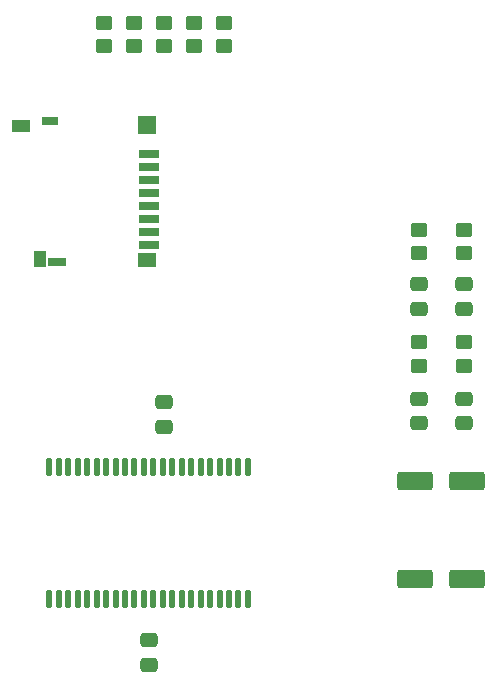
<source format=gbr>
%TF.GenerationSoftware,KiCad,Pcbnew,(6.0.4)*%
%TF.CreationDate,2022-04-07T10:44:55+02:00*%
%TF.ProjectId,srambrd,7372616d-6272-4642-9e6b-696361645f70,rev?*%
%TF.SameCoordinates,Original*%
%TF.FileFunction,Paste,Top*%
%TF.FilePolarity,Positive*%
%FSLAX46Y46*%
G04 Gerber Fmt 4.6, Leading zero omitted, Abs format (unit mm)*
G04 Created by KiCad (PCBNEW (6.0.4)) date 2022-04-07 10:44:55*
%MOMM*%
%LPD*%
G01*
G04 APERTURE LIST*
G04 Aperture macros list*
%AMRoundRect*
0 Rectangle with rounded corners*
0 $1 Rounding radius*
0 $2 $3 $4 $5 $6 $7 $8 $9 X,Y pos of 4 corners*
0 Add a 4 corners polygon primitive as box body*
4,1,4,$2,$3,$4,$5,$6,$7,$8,$9,$2,$3,0*
0 Add four circle primitives for the rounded corners*
1,1,$1+$1,$2,$3*
1,1,$1+$1,$4,$5*
1,1,$1+$1,$6,$7*
1,1,$1+$1,$8,$9*
0 Add four rect primitives between the rounded corners*
20,1,$1+$1,$2,$3,$4,$5,0*
20,1,$1+$1,$4,$5,$6,$7,0*
20,1,$1+$1,$6,$7,$8,$9,0*
20,1,$1+$1,$8,$9,$2,$3,0*%
G04 Aperture macros list end*
%ADD10RoundRect,0.250000X-0.450000X0.350000X-0.450000X-0.350000X0.450000X-0.350000X0.450000X0.350000X0*%
%ADD11RoundRect,0.250000X-1.250000X-0.550000X1.250000X-0.550000X1.250000X0.550000X-1.250000X0.550000X0*%
%ADD12RoundRect,0.250000X0.475000X-0.337500X0.475000X0.337500X-0.475000X0.337500X-0.475000X-0.337500X0*%
%ADD13RoundRect,0.137500X-0.137500X0.625000X-0.137500X-0.625000X0.137500X-0.625000X0.137500X0.625000X0*%
%ADD14RoundRect,0.250000X-0.475000X0.337500X-0.475000X-0.337500X0.475000X-0.337500X0.475000X0.337500X0*%
%ADD15R,1.750000X0.700000*%
%ADD16R,1.000000X1.450000*%
%ADD17R,1.550000X1.000000*%
%ADD18R,1.400000X0.800000*%
%ADD19R,1.500000X1.300000*%
%ADD20R,1.500000X0.800000*%
%ADD21R,1.500000X1.500000*%
G04 APERTURE END LIST*
D10*
%TO.C,R5*%
X113665000Y-65040000D03*
X113665000Y-67040000D03*
%TD*%
D11*
%TO.C,C7*%
X140040000Y-112123269D03*
X144440000Y-112123269D03*
%TD*%
D10*
%TO.C,R4*%
X116205000Y-65040000D03*
X116205000Y-67040000D03*
%TD*%
D12*
%TO.C,C4*%
X140335000Y-89263269D03*
X140335000Y-87188269D03*
%TD*%
D10*
%TO.C,R6*%
X144145000Y-82548269D03*
X144145000Y-84548269D03*
%TD*%
%TO.C,R9*%
X140335000Y-92073269D03*
X140335000Y-94073269D03*
%TD*%
%TO.C,R1*%
X123825000Y-65040000D03*
X123825000Y-67040000D03*
%TD*%
D12*
%TO.C,C2*%
X118745000Y-99230000D03*
X118745000Y-97155000D03*
%TD*%
D13*
%TO.C,U1*%
X125875000Y-102616500D03*
X125075000Y-102616500D03*
X124275000Y-102616500D03*
X123475000Y-102616500D03*
X122675000Y-102616500D03*
X121875000Y-102616500D03*
X121075000Y-102616500D03*
X120275000Y-102616500D03*
X119475000Y-102616500D03*
X118675000Y-102616500D03*
X117875000Y-102616500D03*
X117075000Y-102616500D03*
X116275000Y-102616500D03*
X115475000Y-102616500D03*
X114675000Y-102616500D03*
X113875000Y-102616500D03*
X113075000Y-102616500D03*
X112275000Y-102616500D03*
X111475000Y-102616500D03*
X110675000Y-102616500D03*
X109875000Y-102616500D03*
X109075000Y-102616500D03*
X109075000Y-113791500D03*
X109875000Y-113791500D03*
X110675000Y-113791500D03*
X111475000Y-113791500D03*
X112275000Y-113791500D03*
X113075000Y-113791500D03*
X113875000Y-113791500D03*
X114675000Y-113791500D03*
X115475000Y-113791500D03*
X116275000Y-113791500D03*
X117075000Y-113791500D03*
X117875000Y-113791500D03*
X118675000Y-113791500D03*
X119475000Y-113791500D03*
X120275000Y-113791500D03*
X121075000Y-113791500D03*
X121875000Y-113791500D03*
X122675000Y-113791500D03*
X123475000Y-113791500D03*
X124275000Y-113791500D03*
X125075000Y-113791500D03*
X125875000Y-113791500D03*
%TD*%
D10*
%TO.C,R3*%
X118745000Y-65040000D03*
X118745000Y-67040000D03*
%TD*%
D14*
%TO.C,C1*%
X117475000Y-117305000D03*
X117475000Y-119380000D03*
%TD*%
D11*
%TO.C,C8*%
X140040000Y-103868269D03*
X144440000Y-103868269D03*
%TD*%
D12*
%TO.C,C6*%
X140335000Y-98958269D03*
X140335000Y-96883269D03*
%TD*%
D14*
%TO.C,C5*%
X144145000Y-96883269D03*
X144145000Y-98958269D03*
%TD*%
D10*
%TO.C,R7*%
X140335000Y-82548269D03*
X140335000Y-84548269D03*
%TD*%
D14*
%TO.C,C3*%
X144145000Y-87188269D03*
X144145000Y-89263269D03*
%TD*%
D10*
%TO.C,R8*%
X144145000Y-92073269D03*
X144145000Y-94073269D03*
%TD*%
%TO.C,R2*%
X121285000Y-65040000D03*
X121285000Y-67040000D03*
%TD*%
D15*
%TO.C,J2*%
X117465000Y-76180000D03*
X117465000Y-77280000D03*
X117465000Y-78380000D03*
X117465000Y-79480000D03*
X117465000Y-80580000D03*
X117465000Y-81680000D03*
X117465000Y-82780000D03*
X117465000Y-83880000D03*
D16*
X108240000Y-85005000D03*
D17*
X106665000Y-73780000D03*
D18*
X109090000Y-73380000D03*
D19*
X117340000Y-85080000D03*
D20*
X109740000Y-85330000D03*
D21*
X117340000Y-73730000D03*
%TD*%
M02*

</source>
